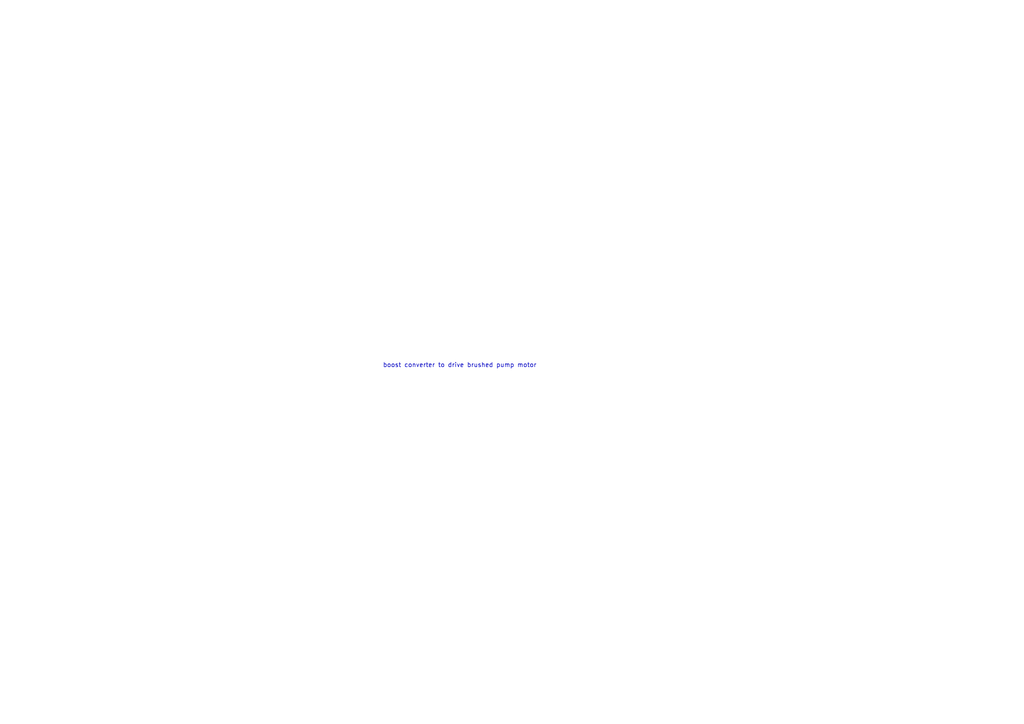
<source format=kicad_sch>
(kicad_sch
	(version 20250114)
	(generator "eeschema")
	(generator_version "9.0")
	(uuid "04f63cbd-7c3d-4989-a236-9345b9cf094d")
	(paper "A4")
	(lib_symbols)
	(text "boost converter to drive brushed pump motor"
		(exclude_from_sim no)
		(at 133.35 106.045 0)
		(effects
			(font
				(size 1.27 1.27)
			)
		)
		(uuid "a967cf51-e8bb-4d18-a9c1-82e711d8192c")
	)
)

</source>
